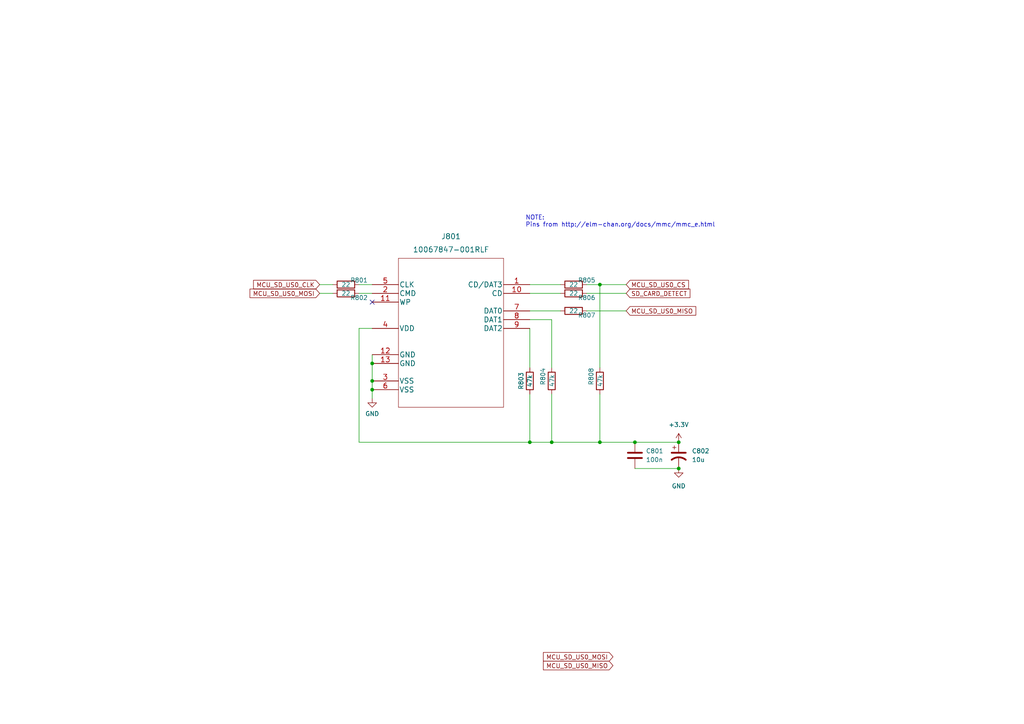
<source format=kicad_sch>
(kicad_sch (version 20211123) (generator eeschema)
  (paper "A4")
  (lib_symbols
    (symbol "Device:C" (pin_numbers hide) (pin_names (offset 0.254))
      (property "Reference" "C" (at 0.635 2.54 0))
      (property "Value" "C" (at 0.635 -2.54 0))
      (symbol "C_0_1"
        (polyline (pts (xy -2.032 -0.762) (xy 2.032 -0.762)) (stroke (width 0.508)))
        (polyline (pts (xy -2.032 0.762) (xy 2.032 0.762)) (stroke (width 0.508)))
      )
      (symbol "C_1_1"
        (pin passive line (at 0 3.81 270) (length 2.794) (name "~") (number "1"))
        (pin passive line (at 0 -3.81 90) (length 2.794) (name "~") (number "2"))
      )
    )
    (symbol "Device:C_Polarized_US" (pin_numbers hide) (pin_names (offset 0.254) hide)
      (property "Reference" "C" (at 0.635 2.54 0))
      (property "Value" "C_Polarized_US" (at 0.635 -2.54 0))
      (symbol "C_Polarized_US_0_1"
        (polyline (pts (xy -2.032 0.762) (xy 2.032 0.762)) (stroke (width 0.508)))
        (polyline (pts (xy -1.778 2.286) (xy -0.762 2.286)))
        (polyline (pts (xy -1.27 1.778) (xy -1.27 2.794)))
        (arc (start 2.032 -1.27) (mid 0 -0.5572) (end -2.032 -1.27) (stroke (width 0.508)))
      )
      (symbol "C_Polarized_US_1_1"
        (pin passive line (at 0 3.81 270) (length 2.794) (name "~") (number "1"))
        (pin passive line (at 0 -3.81 90) (length 3.302) (name "~") (number "2"))
      )
    )
    (symbol "Device:R" (pin_numbers hide) (pin_names (offset 0))
      (property "Reference" "R" (at 2.032 0 90))
      (property "Value" "R" (at 0 0 90))
      (symbol "R_0_1"
        (rectangle (start -1.016 -2.54) (end 1.016 2.54) (stroke (width 0.254)))
      )
      (symbol "R_1_1"
        (pin passive line (at 0 3.81 270) (length 1.27) (name "~") (number "1"))
        (pin passive line (at 0 -3.81 90) (length 1.27) (name "~") (number "2"))
      )
    )
    (symbol "power:+3.3V" (power) (pin_names (offset 0))
      (property "Value" "+3.3V" (at 0 3.556 0))
      (symbol "+3.3V_0_1"
        (polyline (pts (xy -0.762 1.27) (xy 0 2.54)))
        (polyline (pts (xy 0 0) (xy 0 2.54)))
        (polyline (pts (xy 0 2.54) (xy 0.762 1.27)))
      )
      (symbol "+3.3V_1_1"
        (pin power_in line (at 0 0 90) (length 0) hide (name "+3.3V") (number "1"))
      )
    )
    (symbol "power:GND" (power) (pin_names (offset 0))
      (property "Value" "GND" (at 0 -3.81 0))
      (symbol "GND_0_1"
        (polyline (pts (xy 0 0) (xy 0 -1.27) (xy 1.27 -1.27) (xy 0 -2.54) (xy -1.27 -1.27) (xy 0 -1.27)))
      )
      (symbol "GND_1_1"
        (pin power_in line (at 0 0 270) (length 0) hide (name "GND") (number "1"))
      )
    )
    (symbol "sd:10067847-001RLF" (pin_names (offset 0.254))
      (property "Reference" "J" (at 22.86 12.7 0))
      (property "Value" "10067847-001RLF" (at 22.86 10.16 0))
      (symbol "10067847-001RLF_1_1"
        (polyline (pts (xy 7.62 -35.56) (xy 38.1 -35.56)) (stroke (width 0.127)))
        (polyline (pts (xy 7.62 7.62) (xy 7.62 -35.56)) (stroke (width 0.127)))
        (polyline (pts (xy 38.1 -35.56) (xy 38.1 7.62)) (stroke (width 0.127)))
        (polyline (pts (xy 38.1 7.62) (xy 7.62 7.62)) (stroke (width 0.127)))
        (pin unspecified line (at 45.72 0 180) (length 7.62) (name "CD/DAT3") (number "1"))
        (pin unspecified line (at 45.72 -2.54 180) (length 7.62) (name "CD") (number "10"))
        (pin unspecified line (at 0 -5.08 0) (length 7.62) (name "WP") (number "11"))
        (pin power_in line (at 0 -20.32 0) (length 7.62) (name "GND") (number "12"))
        (pin power_in line (at 0 -22.86 0) (length 7.62) (name "GND") (number "13"))
        (pin unspecified line (at 0 -2.54 0) (length 7.62) (name "CMD") (number "2"))
        (pin power_in line (at 0 -27.94 0) (length 7.62) (name "VSS") (number "3"))
        (pin power_in line (at 0 -12.7 0) (length 7.62) (name "VDD") (number "4"))
        (pin unspecified line (at 0 0 0) (length 7.62) (name "CLK") (number "5"))
        (pin power_in line (at 0 -30.48 0) (length 7.62) (name "VSS") (number "6"))
        (pin bidirectional line (at 45.72 -7.62 180) (length 7.62) (name "DAT0") (number "7"))
        (pin bidirectional line (at 45.72 -10.16 180) (length 7.62) (name "DAT1") (number "8"))
        (pin bidirectional line (at 45.72 -12.7 180) (length 7.62) (name "DAT2") (number "9"))
      )
    )
  )
  (junction (at 196.85 135.89))
  (junction (at 160.02 128.27))
  (junction (at 173.99 82.55))
  (junction (at 196.85 128.27))
  (junction (at 107.95 113.03))
  (junction (at 173.99 128.27))
  (junction (at 107.95 105.41))
  (junction (at 153.67 128.27))
  (junction (at 184.15 128.27))
  (junction (at 107.95 110.49))
  (no_connect (at 107.95 87.63))
  (wire (pts (xy 104.14 82.55) (xy 107.95 82.55)))
  (wire (pts (xy 107.95 110.49) (xy 107.95 113.03)))
  (wire (pts (xy 173.99 82.55) (xy 173.99 106.68)))
  (wire (pts (xy 160.02 128.27) (xy 173.99 128.27)))
  (wire (pts (xy 173.99 82.55) (xy 181.61 82.55)))
  (wire (pts (xy 184.15 128.27) (xy 196.85 128.27)))
  (wire (pts (xy 160.02 128.27) (xy 160.02 114.3)))
  (wire (pts (xy 153.67 92.71) (xy 160.02 92.71)))
  (wire (pts (xy 107.95 113.03) (xy 107.95 115.57)))
  (wire (pts (xy 104.14 128.27) (xy 153.67 128.27)))
  (wire (pts (xy 104.14 85.09) (xy 107.95 85.09)))
  (wire (pts (xy 196.85 135.89) (xy 184.15 135.89)))
  (wire (pts (xy 170.18 90.17) (xy 181.61 90.17)))
  (wire (pts (xy 173.99 128.27) (xy 184.15 128.27)))
  (wire (pts (xy 107.95 95.25) (xy 104.14 95.25)))
  (wire (pts (xy 162.56 82.55) (xy 153.67 82.55)))
  (wire (pts (xy 104.14 95.25) (xy 104.14 128.27)))
  (wire (pts (xy 170.18 85.09) (xy 181.61 85.09)))
  (wire (pts (xy 160.02 92.71) (xy 160.02 106.68)))
  (wire (pts (xy 162.56 85.09) (xy 153.67 85.09)))
  (wire (pts (xy 153.67 128.27) (xy 160.02 128.27)))
  (wire (pts (xy 107.95 105.41) (xy 107.95 102.87)))
  (wire (pts (xy 170.18 82.55) (xy 173.99 82.55)))
  (wire (pts (xy 107.95 105.41) (xy 107.95 110.49)))
  (wire (pts (xy 92.71 85.09) (xy 96.52 85.09)))
  (wire (pts (xy 92.71 82.55) (xy 96.52 82.55)))
  (wire (pts (xy 153.67 95.25) (xy 153.67 106.68)))
  (wire (pts (xy 153.67 114.3) (xy 153.67 128.27)))
  (wire (pts (xy 173.99 114.3) (xy 173.99 128.27)))
  (wire (pts (xy 162.56 90.17) (xy 153.67 90.17)))
  (text "NOTE:\nPins from http://elm-chan.org/docs/mmc/mmc_e.html" (at 152.4 66.04 0) (effects (font (size 1.27 1.27)) (justify left bottom)))
  (global_label "MCU_SD_US0_CLK" (shape input) (at 92.71 82.55 180) (property "Intersheet References" "${INTERSHEET_REFS}" (effects hide)))
  (global_label "MCU_SD_US0_MOSI" (shape input) (at 177.8 190.5 180) (property "Intersheet References" "${INTERSHEET_REFS}" (effects hide)))
  (global_label "MCU_SD_US0_MISO" (shape input) (at 181.61 90.17 0) (property "Intersheet References" "${INTERSHEET_REFS}" (effects hide)))
  (global_label "SD_CARD_DETECT" (shape input) (at 181.61 85.09 0) (property "Intersheet References" "${INTERSHEET_REFS}" (effects hide)))
  (global_label "MCU_SD_US0_MISO" (shape input) (at 177.8 193.04 180) (property "Intersheet References" "${INTERSHEET_REFS}" (effects hide)))
  (global_label "MCU_SD_US0_CS" (shape input) (at 181.61 82.55 0) (property "Intersheet References" "${INTERSHEET_REFS}" (effects hide)))
  (global_label "MCU_SD_US0_MOSI" (shape input) (at 92.71 85.09 180) (property "Intersheet References" "${INTERSHEET_REFS}" (effects hide)))
  (symbol (lib_id "sd:10067847-001RLF") (at 107.95 82.55 0) (unit 1)
    (property "Reference" "J801" (at 130.81 68.58 0) (effects (font (size 1.524 1.524))))
    (property "Value" "10067847-001RLF" (at 130.81 72.39 0) (effects (font (size 1.524 1.524))))
    (property "Footprint" "10067847-001RLF_AMP" (effects hide))
  )
  (symbol (lib_id "Device:R") (at 166.37 82.55 90) (unit 1)
    (property "Reference" "R805" (at 170.18 81.28 90))
    (property "Value" "22" (at 166.37 82.55 90))
    (property "Footprint" "Resistor_SMD:R_0805_2012Metric_Pad1.20x1.40mm_HandSolder" (effects hide))
  )
  (symbol (lib_id "Device:C_Polarized_US") (at 196.85 132.08 0) (unit 1)
    (property "Reference" "C802" (at 200.66 130.81 0) (effects (justify left)))
    (property "Value" "10u" (at 200.66 133.35 0) (effects (justify left)))
    (property "Footprint" "Capacitor_SMD:C_0805_2012Metric_Pad1.18x1.45mm_HandSolder" (effects hide))
  )
  (symbol (lib_id "Device:R") (at 166.37 85.09 90) (unit 1)
    (property "Reference" "R806" (at 170.18 86.36 90))
    (property "Value" "22" (at 166.37 85.09 90))
    (property "Footprint" "Resistor_SMD:R_0805_2012Metric_Pad1.20x1.40mm_HandSolder" (effects hide))
  )
  (symbol (lib_id "power:GND") (at 107.95 115.57 0) (unit 1)
    (property "Reference" "#PWR0801" (effects hide))
    (property "Value" "GND" (at 107.95 120.015 0))
  )
  (symbol (lib_id "Device:R") (at 153.67 110.49 180) (unit 1)
    (property "Reference" "R803" (at 151.13 110.49 90))
    (property "Value" "47k" (at 153.67 110.49 90))
    (property "Footprint" "Resistor_SMD:R_0805_2012Metric_Pad1.20x1.40mm_HandSolder" (effects hide))
  )
  (symbol (lib_id "Device:C") (at 184.15 132.08 0) (unit 1)
    (property "Reference" "C801" (at 187.325 130.8099 0) (effects (justify left)))
    (property "Value" "100n" (at 187.325 133.3499 0) (effects (justify left)))
    (property "Footprint" "Capacitor_SMD:C_0603_1608Metric_Pad1.08x0.95mm_HandSolder" (effects hide))
  )
  (symbol (lib_id "power:+3.3V") (at 196.85 128.27 0) (unit 1)
    (property "Reference" "#PWR0802" (effects hide))
    (property "Value" "+3.3V" (at 196.85 123.19 0))
  )
  (symbol (lib_id "Device:R") (at 160.02 110.49 180) (unit 1)
    (property "Reference" "R804" (at 157.48 111.76 90) (effects (justify right)))
    (property "Value" "47k" (at 160.108 112.2513 90) (effects (justify right)))
    (property "Footprint" "Resistor_SMD:R_0805_2012Metric_Pad1.20x1.40mm_HandSolder" (effects hide))
  )
  (symbol (lib_id "power:GND") (at 196.85 135.89 0) (unit 1)
    (property "Reference" "#PWR0803" (effects hide))
    (property "Value" "GND" (at 196.85 140.97 0))
  )
  (symbol (lib_id "Device:R") (at 100.33 82.55 90) (unit 1)
    (property "Reference" "R801" (at 104.14 81.28 90))
    (property "Value" "22" (at 100.33 82.55 90))
    (property "Footprint" "Resistor_SMD:R_0805_2012Metric_Pad1.20x1.40mm_HandSolder" (effects hide))
  )
  (symbol (lib_id "Device:R") (at 173.99 110.49 180) (unit 1)
    (property "Reference" "R808" (at 171.45 111.76 90) (effects (justify right)))
    (property "Value" "47k" (at 174.078 112.2513 90) (effects (justify right)))
    (property "Footprint" "Resistor_SMD:R_0805_2012Metric_Pad1.20x1.40mm_HandSolder" (effects hide))
  )
  (symbol (lib_id "Device:R") (at 100.33 85.09 90) (unit 1)
    (property "Reference" "R802" (at 104.14 86.36 90))
    (property "Value" "22" (at 100.33 85.09 90))
    (property "Footprint" "Resistor_SMD:R_0805_2012Metric_Pad1.20x1.40mm_HandSolder" (effects hide))
  )
  (symbol (lib_id "Device:R") (at 166.37 90.17 90) (unit 1)
    (property "Reference" "R807" (at 170.18 91.44 90))
    (property "Value" "22" (at 166.37 90.17 90))
    (property "Footprint" "Resistor_SMD:R_0805_2012Metric_Pad1.20x1.40mm_HandSolder" (effects hide))
  )
)
</source>
